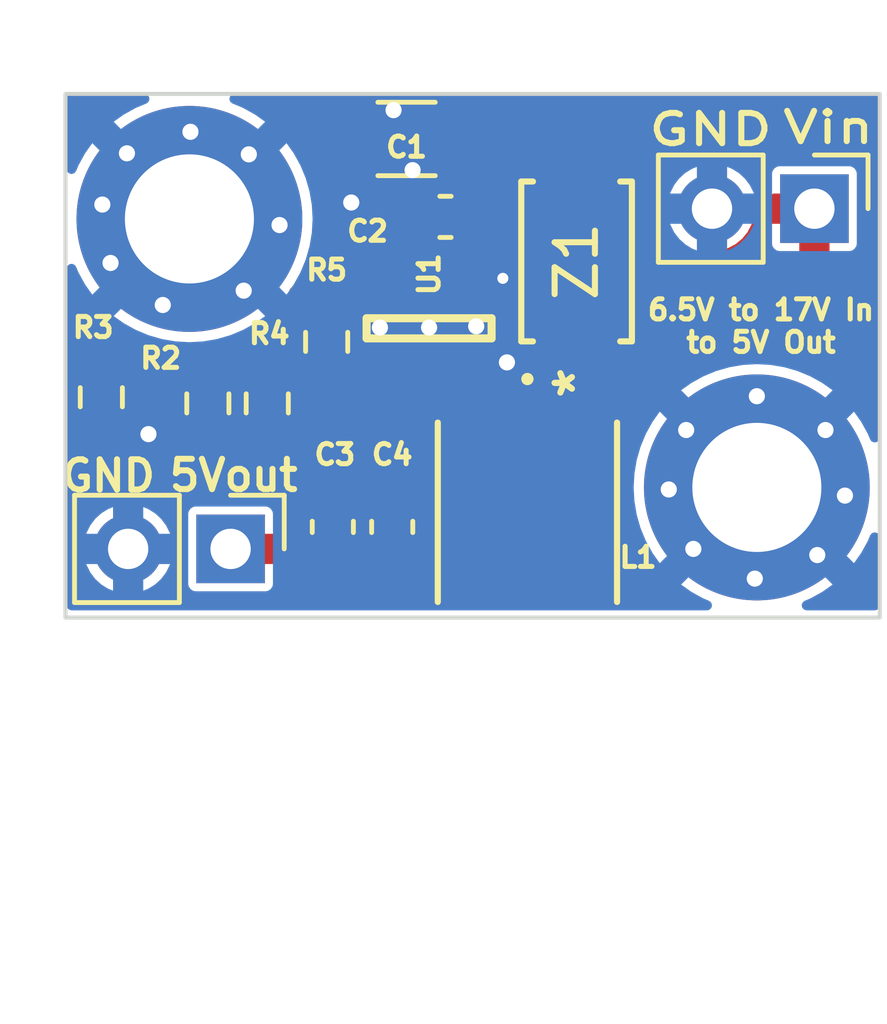
<source format=kicad_pcb>
(kicad_pcb (version 20221018) (generator pcbnew)
  (layers (0 "F.Cu" signal) (31 "B.Cu" signal) (34 "B.Paste" user) (35 "F.Paste" user) (36 "B.SilkS" user "B.Silkscreen") (37 "F.SilkS" user "F.Silkscreen") (38 "B.Mask" user) (39 "F.Mask" user) (44 "Edge.Cuts" user))
  (net 0 "")
  (net 1 "Net-(U1-VIN)")
  (net 2 "GND")
  (net 3 "/5V_Out")
  (net 4 "Net-(J1-Pin_1)")
  (net 5 "Net-(U1-PH)")
  (net 6 "Net-(U1-EN)")
  (net 7 "Net-(U1-VSENSE)")
  (footprint "5ADiode:DIO_RB050LAM_ROM" (layer "F.Cu") (at 147.2184 75.8825 90)
    (fp_text reference "Z1" (at 0 0 90 unlocked) (layer "F.SilkS"))
    (fp_text value "RSX501LAM20TR")
    (fp_text user "*" (at -3.0099 0 90 unlocked) (layer "F.SilkS"))
    (fp_text user "*" (at -3.0099 0 90) (layer "F.SilkS"))
    (fp_line (start -1.9812 -1.3716) (end -1.9812 -1.08204) (stroke (width 0.1524)) (layer "F.SilkS"))
    (fp_line (start -1.9812 1.08204) (end -1.9812 1.3716) (stroke (width 0.1524)) (layer "F.SilkS"))
    (fp_line (start -1.9812 1.3716) (end 1.9812 1.3716) (stroke (width 0.1524)) (layer "F.SilkS"))
    (fp_line (start 1.9812 -1.3716) (end -1.9812 -1.3716) (stroke (width 0.1524)) (layer "F.SilkS"))
    (fp_line (start 1.9812 -1.08204) (end 1.9812 -1.3716) (stroke (width 0.1524)) (layer "F.SilkS"))
    (fp_line (start 1.9812 1.3716) (end 1.9812 1.08204) (stroke (width 0.1524)) (layer "F.SilkS"))
    (pad "1" smd rect (at -2.2733 0 90) (size 0.7112 1.4986) (layers "F.Cu" "F.Paste" "F.Mask") (net 4 "Net-(J1-Pin_1)"))
    (pad "2" smd rect (at 2.2733 0 90) (size 0.7112 1.4986) (layers "F.Cu" "F.Paste" "F.Mask") (net 1 "Net-(U1-VIN)"))
    (zone (net 0) (net_name "") (layer "F.Cu") (connect_pads (clearance 0)) (min_thickness 0.254)
      (keepout (tracks not_allowed) (vias not_allowed) (pads allowed) (copperpour not_allowed) (footprints allowed))
      (fill (thermal_gap 0.508) (thermal_bridge_width 0.508))
      (polygon (pts (xy 146.0246 77.7494) (xy 146.0246 74.0156) (xy 148.4122 74.0156) (xy 148.4122 77.7494)))
    )
  )
  (footprint "Resistor_SMD:R_0603_1608Metric" (layer "F.Cu") (at 139.5476 79.4004 90)
    (fp_text reference "R4" (at 1.7272 0.0508 180) (layer "F.SilkS") (effects (font (size 0.5 0.5))))
    (fp_text value "105k")
    (fp_line (start -0.237258 -0.5225) (end 0.237258 -0.5225) (stroke (width 0.12)) (layer "F.SilkS"))
    (fp_line (start -0.237258 0.5225) (end 0.237258 0.5225) (stroke (width 0.12)) (layer "F.SilkS"))
    (pad "1" smd roundrect (at -0.825 0 90) (size 0.8 0.95) (layers "F.Cu" "F.Paste" "F.Mask") (net 3 "/5V_Out"))
    (pad "2" smd roundrect (at 0.825 0 90) (size 0.8 0.95) (layers "F.Cu" "F.Paste" "F.Mask") (net 7 "Net-(U1-VSENSE)"))
  )
  (footprint "Connector_PinHeader_2.54mm:PinHeader_1x02_P2.54mm_Vertical" (layer "F.Cu") (at 153.1162 74.5744 -90)
    (fp_text reference "J1" hide)
    (fp_text value "Conn_01x02")
    (fp_line (start -1.33 -1.33) (end 0 -1.33) (stroke (width 0.12)) (layer "F.SilkS"))
    (fp_line (start -1.33 0) (end -1.33 -1.33) (stroke (width 0.12)) (layer "F.SilkS"))
    (fp_line (start -1.33 1.27) (end -1.33 3.87) (stroke (width 0.12)) (layer "F.SilkS"))
    (fp_line (start -1.33 1.27) (end 1.33 1.27) (stroke (width 0.12)) (layer "F.SilkS"))
    (fp_line (start -1.33 3.87) (end 1.33 3.87) (stroke (width 0.12)) (layer "F.SilkS"))
    (fp_line (start 1.33 1.27) (end 1.33 3.87) (stroke (width 0.12)) (layer "F.SilkS"))
    (pad "1" thru_hole rect (at 0 0 270) (size 1.7 1.7) (drill 1) (layers "*.Cu" "*.Mask") (net 4 "Net-(J1-Pin_1)"))
    (pad "2" thru_hole oval (at 0 2.54 270) (size 1.7 1.7) (drill 1) (layers "*.Cu" "*.Mask") (net 2 "GND"))
  )
  (footprint "Connector_PinHeader_2.54mm:PinHeader_1x02_P2.54mm_Vertical" (layer "F.Cu") (at 138.6382 83.0072 -90)
    (fp_text reference "J2" hide)
    (fp_text value "Conn_01x02")
    (fp_line (start -1.33 -1.33) (end 0 -1.33) (stroke (width 0.12)) (layer "F.SilkS"))
    (fp_line (start -1.33 0) (end -1.33 -1.33) (stroke (width 0.12)) (layer "F.SilkS"))
    (fp_line (start -1.33 1.27) (end -1.33 3.87) (stroke (width 0.12)) (layer "F.SilkS"))
    (fp_line (start -1.33 1.27) (end 1.33 1.27) (stroke (width 0.12)) (layer "F.SilkS"))
    (fp_line (start -1.33 3.87) (end 1.33 3.87) (stroke (width 0.12)) (layer "F.SilkS"))
    (fp_line (start 1.33 1.27) (end 1.33 3.87) (stroke (width 0.12)) (layer "F.SilkS"))
    (pad "1" thru_hole rect (at 0 0 270) (size 1.7 1.7) (drill 1) (layers "*.Cu" "*.Mask") (net 3 "/5V_Out"))
    (pad "2" thru_hole oval (at 0 2.54 270) (size 1.7 1.7) (drill 1) (layers "*.Cu" "*.Mask") (net 2 "GND"))
  )
  (footprint "USB_Switcher:DBV0005A_N" (layer "F.Cu") (at 143.5608 77.54 90)
    (fp_text reference "U1" (at 1.34 0 90 unlocked) (layer "F.SilkS") (effects (font (size 0.5 0.5) (thickness 0.125))))
    (fp_text value "TPS560200DBVR")
    (fp_line (start -0.25 -1.549999) (end 0.25 -1.549999) (stroke (width 0.2)) (layer "F.SilkS"))
    (fp_line (start -0.25 1.549999) (end -0.25 -1.549999) (stroke (width 0.2)) (layer "F.SilkS"))
    (fp_line (start -0.25 1.549999) (end 0.25 1.549999) (stroke (width 0.2)) (layer "F.SilkS"))
    (fp_line (start 0.25 1.549999) (end 0.25 -1.549999) (stroke (width 0.2)) (layer "F.SilkS"))
    (pad "1" smd rect (at -1.2 -0.950001 180) (size 0.650001 1.1) (layers "F.Cu" "F.Paste" "F.Mask") (net 6 "Net-(U1-EN)"))
    (pad "2" smd rect (at -1.2 0 180) (size 0.650001 1.1) (layers "F.Cu" "F.Paste" "F.Mask") (net 2 "GND"))
    (pad "3" smd rect (at -1.2 0.949998 180) (size 0.650001 1.1) (layers "F.Cu" "F.Paste" "F.Mask") (net 5 "Net-(U1-PH)"))
    (pad "4" smd rect (at 1.2 0.949998 180) (size 0.650001 1.1) (layers "F.Cu" "F.Paste" "F.Mask") (net 1 "Net-(U1-VIN)"))
    (pad "5" smd rect (at 1.2 -0.950001 180) (size 0.650001 1.1) (layers "F.Cu" "F.Paste" "F.Mask") (net 7 "Net-(U1-VSENSE)"))
  )
  (footprint "Resistor_SMD:R_0603_1608Metric" (layer "F.Cu") (at 138.0744 79.4004 -90)
    (fp_text reference "R2" (at -1.1176 1.1684) (layer "F.SilkS") (effects (font (size 0.5 0.5))))
    (fp_text value "10k")
    (fp_line (start -0.237258 -0.5225) (end 0.237258 -0.5225) (stroke (width 0.12)) (layer "F.SilkS"))
    (fp_line (start -0.237258 0.5225) (end 0.237258 0.5225) (stroke (width 0.12)) (layer "F.SilkS"))
    (pad "1" smd roundrect (at -0.825 0 270) (size 0.8 0.95) (layers "F.Cu" "F.Paste" "F.Mask") (net 1 "Net-(U1-VIN)"))
    (pad "2" smd roundrect (at 0.825 0 270) (size 0.8 0.95) (layers "F.Cu" "F.Paste" "F.Mask") (net 6 "Net-(U1-EN)"))
  )
  (footprint "Capacitor_SMD:C_0603_1608Metric" (layer "F.Cu") (at 143.9672 74.7776 180)
    (fp_text reference "C2" (at 1.9304 -0.3556) (layer "F.SilkS") (effects (font (size 0.5 0.5))))
    (fp_text value "0.1uF")
    (fp_line (start -0.14058 -0.51) (end 0.14058 -0.51) (stroke (width 0.12)) (layer "F.SilkS"))
    (fp_line (start -0.14058 0.51) (end 0.14058 0.51) (stroke (width 0.12)) (layer "F.SilkS"))
    (pad "1" smd roundrect (at -0.775 0 180) (size 0.9 0.95) (layers "F.Cu" "F.Paste" "F.Mask") (net 1 "Net-(U1-VIN)"))
    (pad "2" smd roundrect (at 0.775 0 180) (size 0.9 0.95) (layers "F.Cu" "F.Paste" "F.Mask") (net 2 "GND"))
  )
  (footprint "MountingHole:MountingHole_3.2mm_M3_DIN965_Pad" (layer "F.Cu") (at 151.6888 81.4832)
    (fp_text reference "H1" hide)
    (fp_text value "DNP")
    (pad "1" thru_hole circle (at 0 0) (size 5.6 5.6) (drill 3.2) (layers "*.Cu" "*.Mask") (net 2 "GND"))
  )
  (footprint "MountingHole:MountingHole_3.2mm_M3_DIN965_Pad" (layer "F.Cu") (at 137.6172 74.8284)
    (fp_text reference "H2" hide)
    (fp_text value "DNP")
    (pad "1" thru_hole circle (at 0 0) (size 5.6 5.6) (drill 3.2) (layers "*.Cu" "*.Mask") (net 2 "GND"))
  )
  (footprint "Resistor_SMD:R_0603_1608Metric" (layer "F.Cu") (at 141.0208 77.8764 -90)
    (fp_text reference "R5" (at -1.778 0) (layer "F.SilkS") (effects (font (size 0.5 0.5))))
    (fp_text value "20k")
    (fp_line (start -0.237258 -0.5225) (end 0.237258 -0.5225) (stroke (width 0.12)) (layer "F.SilkS"))
    (fp_line (start -0.237258 0.5225) (end 0.237258 0.5225) (stroke (width 0.12)) (layer "F.SilkS"))
    (pad "1" smd roundrect (at -0.825 0 270) (size 0.8 0.95) (layers "F.Cu" "F.Paste" "F.Mask") (net 7 "Net-(U1-VSENSE)"))
    (pad "2" smd roundrect (at 0.825 0 270) (size 0.8 0.95) (layers "F.Cu" "F.Paste" "F.Mask") (net 2 "GND"))
  )
  (footprint "Resistor_SMD:R_0603_1608Metric" (layer "F.Cu") (at 135.4328 79.248 -90)
    (fp_text reference "R3" (at -1.7272 0.2032 -180) (layer "F.SilkS") (effects (font (size 0.5 0.5))))
    (fp_text value "2.2k")
    (fp_line (start -0.237258 -0.5225) (end 0.237258 -0.5225) (stroke (width 0.12)) (layer "F.SilkS"))
    (fp_line (start -0.237258 0.5225) (end 0.237258 0.5225) (stroke (width 0.12)) (layer "F.SilkS"))
    (pad "1" smd roundrect (at -0.825 0 270) (size 0.8 0.95) (layers "F.Cu" "F.Paste" "F.Mask") (net 6 "Net-(U1-EN)"))
    (pad "2" smd roundrect (at 0.825 0 270) (size 0.8 0.95) (layers "F.Cu" "F.Paste" "F.Mask") (net 2 "GND"))
  )
  (footprint "Capacitor_SMD:C_0603_1608Metric" (layer "F.Cu") (at 141.1732 82.4614 90)
    (fp_text reference "C3" (at 1.791 0.0508 180) (layer "F.SilkS") (effects (font (size 0.5 0.5))))
    (fp_text value "10uF")
    (fp_line (start -0.14058 -0.51) (end 0.14058 -0.51) (stroke (width 0.12)) (layer "F.SilkS"))
    (fp_line (start -0.14058 0.51) (end 0.14058 0.51) (stroke (width 0.12)) (layer "F.SilkS"))
    (pad "1" smd roundrect (at -0.775 0 90) (size 0.9 0.95) (layers "F.Cu" "F.Paste" "F.Mask") (net 3 "/5V_Out"))
    (pad "2" smd roundrect (at 0.775 0 90) (size 0.9 0.95) (layers "F.Cu" "F.Paste" "F.Mask") (net 2 "GND"))
  )
  (footprint "Capacitor_SMD:C_1206_3216Metric" (layer "F.Cu") (at 143.002 72.8472 180)
    (fp_text reference "C1" (at 0 -0.2032 180) (layer "F.SilkS") (effects (font (size 0.5 0.5) (thickness 0.125))))
    (fp_text value "22uF")
    (fp_line (start -0.711252 -0.91) (end 0.711252 -0.91) (stroke (width 0.12)) (layer "F.SilkS"))
    (fp_line (start -0.711252 0.91) (end 0.711252 0.91) (stroke (width 0.12)) (layer "F.SilkS"))
    (pad "1" smd roundrect (at -1.475 0 180) (size 1.15 1.8) (layers "F.Cu" "F.Paste" "F.Mask") (roundrect_rratio 0.2173913043) (net 1 "Net-(U1-VIN)"))
    (pad "2" smd roundrect (at 1.475 0 180) (size 1.15 1.8) (layers "F.Cu" "F.Paste" "F.Mask") (roundrect_rratio 0.2173913043) (net 2 "GND"))
  )
  (footprint "10uFInductor:IND_SDCL1V4020-3R3M-R_EAT-M" (layer "F.Cu") (at 145.9992 82.09915 -90)
    (fp_text reference "L1" (at 1.1176 -2.7432 unlocked) (layer "F.SilkS") (effects (font (size 0.5 0.5))))
    (fp_text value "10uH 1.9A ASPI-0628-100M-T1")
    (fp_line (start -2.2225 2.2225) (end 2.2225 2.2225) (stroke (width 0.1524)) (layer "F.SilkS"))
    (fp_line (start 2.2225 -2.2225) (end -2.2225 -2.2225) (stroke (width 0.1524)) (layer "F.SilkS"))
    (fp_circle (center -3.302 0) (end -3.2258 0) (stroke (width 0.1524)) (fill none) (layer "F.SilkS"))
    (pad "1" smd rect (at -1.4478 0 270) (size 1.397 3.7592) (layers "F.Cu" "F.Paste" "F.Mask") (net 5 "Net-(U1-PH)"))
    (pad "2" smd rect (at 1.4478 0 270) (size 1.397 3.7592) (layers "F.Cu" "F.Paste" "F.Mask") (net 3 "/5V_Out"))
  )
  (footprint "Capacitor_SMD:C_0603_1608Metric" (layer "F.Cu") (at 142.6464 82.4614 90)
    (fp_text reference "C4" (at 1.791 0) (layer "F.SilkS") (effects (font (size 0.5 0.5))))
    (fp_text value "10uF")
    (fp_line (start -0.14058 -0.51) (end 0.14058 -0.51) (stroke (width 0.12)) (layer "F.SilkS"))
    (fp_line (start -0.14058 0.51) (end 0.14058 0.51) (stroke (width 0.12)) (layer "F.SilkS"))
    (pad "1" smd roundrect (at -0.775 0 90) (size 0.9 0.95) (layers "F.Cu" "F.Paste" "F.Mask") (net 3 "/5V_Out"))
    (pad "2" smd roundrect (at 0.775 0 90) (size 0.9 0.95) (layers "F.Cu" "F.Paste" "F.Mask") (net 2 "GND"))
  )
  (gr_rect (start 134.5438 71.7296) (end 154.7368 84.709) (stroke (width 0.1)) (fill none) (layer "Edge.Cuts"))
  (gr_text "GND" (at 148.919681 73.0504) (layer "F.SilkS") (effects (font (size 0.75 1)) (justify left bottom)))
  (gr_text "5Vout" (at 137.042653 81.623265) (layer "F.SilkS") (effects (font (size 0.75 0.75)) (justify left bottom)))
  (gr_text "GND" (at 134.366 81.6356) (layer "F.SilkS") (effects (font (size 0.75 0.75)) (justify left bottom)))
  (gr_text "6.5V to 17V In\nto 5V Out" (at 151.7904 78.1812) (layer "F.SilkS") (effects (font (size 0.5 0.5) (thickness 0.125)) (justify bottom)))
  (gr_text "Vin" (at 152.2476 72.9996) (layer "F.SilkS") (effects (font (size 0.75 1)) (justify left bottom)))
  (segment (start 142.4172 74.299783) (end 142.427 74.289983) (width 0.25) (layer "F.Cu") (net 1))
  (segment (start 142.1622 75.465) (end 142.4172 75.21) (width 0.25) (layer "F.Cu") (net 1))
  (segment (start 142.7988 72.8472) (end 144.477 72.8472) (width 0.25) (layer "F.Cu") (net 1))
  (segment (start 142.427 74.289983) (end 142.427 73.219) (width 0.25) (layer "F.Cu") (net 1))
  (segment (start 142.4172 75.21) (end 142.4172 74.299783) (width 0.25) (layer "F.Cu") (net 1))
  (segment (start 144.6504 76.200398) (end 144.510798 76.34) (width 0.25) (layer "F.Cu") (net 1))
  (segment (start 139.0784 77.8504) (end 140.2208 76.708) (width 0.25) (layer "F.Cu") (net 1))
  (segment (start 144.6504 74.9492) (end 144.6504 76.200398) (width 0.25) (layer "F.Cu") (net 1))
  (segment (start 141.389738 75.465) (end 142.1622 75.465) (width 0.25) (layer "F.Cu") (net 1))
  (segment (start 142.427 73.219) (end 142.7988 72.8472) (width 0.25) (layer "F.Cu") (net 1))
  (segment (start 140.2208 76.633938) (end 141.389738 75.465) (width 0.25) (layer "F.Cu") (net 1))
  (segment (start 138.0744 78.5754) (end 138.289618 78.5754) (width 0.25) (layer "F.Cu") (net 1))
  (segment (start 138.7994 77.8504) (end 139.0784 77.8504) (width 0.25) (layer "F.Cu") (net 1))
  (segment (start 140.2208 76.708) (end 140.2208 76.633938) (width 0.25) (layer "F.Cu") (net 1))
  (segment (start 138.0744 78.5754) (end 138.7994 77.8504) (width 0.25) (layer "F.Cu") (net 1))
  (segment (start 143.5608 77.5208) (end 143.5608 78.74) (width 0.25) (layer "F.Cu") (net 2))
  (segment (start 141.527 72.8472) (end 141.527 74.3186) (width 0.75) (layer "F.Cu") (net 2))
  (segment (start 143.5608 75.1462) (end 143.1922 74.7776) (width 0.25) (layer "F.Cu") (net 2))
  (segment (start 141.527 72.8472) (end 141.80885 72.8472) (width 0.75) (layer "F.Cu") (net 2))
  (segment (start 141.527 74.3186) (end 141.6304 74.422) (width 0.25) (layer "F.Cu") (net 2))
  (segment (start 142.523493 72.132557) (end 142.679693 72.132557) (width 0.75) (layer "F.Cu") (net 2))
  (segment (start 143.5608 77.5208) (end 143.5608 75.1462) (width 0.25) (layer "F.Cu") (net 2))
  (segment (start 135.4328 80.073) (end 136.5118 80.073) (width 0.25) (layer "F.Cu") (net 2))
  (segment (start 141.80885 72.8472) (end 142.523493 72.132557) (width 0.75) (layer "F.Cu") (net 2))
  (segment (start 136.5118 80.073) (end 136.6012 80.1624) (width 0.25) (layer "F.Cu") (net 2))
  (segment (start 143.0906 74.8792) (end 143.1922 74.7776) (width 0.25) (layer "F.Cu") (net 2))
  (via (at 149.5044 81.534) (size 0.8) (drill 0.4) (layers "F.Cu" "B.Cu") (net 2))
  (via (at 153.8732 81.6864) (size 0.8) (drill 0.4) (layers "F.Cu" "B.Cu") (net 2))
  (via (at 136.6012 80.1624) (size 0.8) (drill 0.4) (layers "F.Cu" "B.Cu") (net 2))
  (via (at 151.638 83.7438) (size 0.8) (drill 0.4) (layers "F.Cu" "B.Cu") (net 2))
  (via (at 150.114 83.0072) (size 0.8) (drill 0.4) (layers "F.Cu" "B.Cu") (net 2))
  (via (at 136.9568 76.962) (size 0.8) (drill 0.4) (layers "F.Cu" "B.Cu") (net 2))
  (via (at 145.3896 76.3016) (size 0.5) (drill 0.275) (layers "F.Cu" "B.Cu") (net 2))
  (via (at 142.679693 72.132557) (size 0.8) (drill 0.4) (layers "F.Cu" "B.Cu") (net 2))
  (via (at 139.8524 74.9808) (size 0.8) (drill 0.4) (layers "F.Cu" "B.Cu") (net 2))
  (via (at 139.0904 73.2282) (size 0.8) (drill 0.4) (layers "F.Cu" "B.Cu") (net 2))
  (via (at 137.6426 72.6694) (size 0.8) (drill 0.4) (layers "F.Cu" "B.Cu") (net 2))
  (via (at 153.3906 80.0608) (size 0.8) (drill 0.4) (layers "F.Cu" "B.Cu") (net 2))
  (via (at 142.3416 77.5208) (size 0.8) (drill 0.4) (layers "F.Cu" "B.Cu") (net 2))
  (via (at 144.7292 77.489502) (size 0.8) (drill 0.4) (layers "F.Cu" "B.Cu") (net 2))
  (via (at 141.6304 74.422) (size 0.8) (drill 0.4) (layers "F.Cu" "B.Cu") (net 2))
  (via (at 151.6888 79.2226) (size 0.8) (drill 0.4) (layers "F.Cu" "B.Cu") (net 2))
  (via (at 138.9634 76.6064) (size 0.8) (drill 0.4) (layers "F.Cu" "B.Cu") (net 2))
  (via (at 145.4912 78.3844) (size 0.8) (drill 0.4) (layers "F.Cu" "B.Cu") (net 2))
  (via (at 136.0678 73.2028) (size 0.8) (drill 0.4) (layers "F.Cu" "B.Cu") (net 2))
  (via (at 149.9362 80.0608) (size 0.8) (drill 0.4) (layers "F.Cu" "B.Cu") (net 2))
  (via (at 135.6614 75.9206) (size 0.8) (drill 0.4) (layers "F.Cu" "B.Cu") (net 2))
  (via (at 153.1874 83.1596) (size 0.8) (drill 0.4) (layers "F.Cu" "B.Cu") (net 2))
  (via (at 143.1515 73.62015) (size 0.8) (drill 0.4) (layers "F.Cu" "B.Cu") (net 2))
  (via (at 135.4582 74.4728) (size 0.8) (drill 0.4) (layers "F.Cu" "B.Cu") (net 2))
  (via (at 143.5608 77.5208) (size 0.8) (drill 0.4) (layers "F.Cu" "B.Cu") (net 2))
  (segment (start 139.954 80.1746) (end 139.954 83.0072) (width 0.25) (layer "F.Cu") (net 3))
  (segment (start 139.954 83.0072) (end 140.0556 83.1088) (width 0.25) (layer "F.Cu") (net 3))
  (segment (start 144.510798 79.943998) (end 145.161 80.5942) (width 0.65) (layer "F.Cu") (net 5))
  (segment (start 144.510798 78.74) (end 144.510798 79.943998) (width 0.65) (layer "F.Cu") (net 5))
  (segment (start 145.161 80.5942) (end 145.9992 80.5942) (width 0.65) (layer "F.Cu") (net 5))
  (segment (start 141.924399 79.4264) (end 142.610799 78.74) (width 0.25) (layer "F.Cu") (net 6))
  (segment (start 140.092462 79.248) (end 140.349938 79.248) (width 0.25) (layer "F.Cu") (net 6))
  (segment (start 138.0744 80.2254) (end 138.0744 79.3004) (width 0.25) (layer "F.Cu") (net 6))
  (segment (start 140.349938 79.248) (end 140.528338 79.4264) (width 0.25) (layer "F.Cu") (net 6))
  (segment (start 136.2594 79.3004) (end 138.0744 79.3004) (width 0.25) (layer "F.Cu") (net 6))
  (segment (start 135.4836 78.5246) (end 136.2594 79.3004) (width 0.25) (layer "F.Cu") (net 6))
  (segment (start 138.0744 79.3004) (end 140.040062 79.3004) (width 0.25) (layer "F.Cu") (net 6))
  (segment (start 140.528338 79.4264) (end 141.924399 79.4264) (width 0.25) (layer "F.Cu") (net 6))
  (segment (start 140.040062 79.3004) (end 140.092462 79.248) (width 0.25) (layer "F.Cu") (net 6))
  (segment (start 142.346399 76.6044) (end 141.3256 76.6044) (width 0.25) (layer "F.Cu") (net 7))
  (segment (start 142.610799 76.34) (end 142.346399 76.6044) (width 0.25) (layer "F.Cu") (net 7))
  (segment (start 141.3256 76.6044) (end 140.2588 77.6712) (width 0.25) (layer "F.Cu") (net 7))
  (segment (start 140.2588 78.2198) (end 139.954 78.5246) (width 0.25) (layer "F.Cu") (net 7))
  (segment (start 140.2588 77.6712) (end 140.2588 78.2198) (width 0.25) (layer "F.Cu") (net 7))
  (zone (net 2) (net_name "GND") (layer "F.Cu") (priority 2) (connect_pads (clearance 0.1)) (min_thickness 0.25) (fill yes (thermal_gap 0.25) (thermal_bridge_width 0.75))
    (polygon (pts (xy 143.8656 78.486) (xy 143.256 78.486) (xy 143.256 78.3336) (xy 140.9192 78.2828) (xy 140.9192 77.3176) (xy 141.5796 76.9112) (xy 142.9512 76.9112) (xy 142.5956 75.5904) (xy 142.5956 74.7776) (xy 142.494 74.422) (xy 142.494 72.7964) (xy 143.8148 72.8472) (xy 143.8148 74.3204) (xy 143.9672 74.5744) (xy 143.9672 78.3336)))
  )
  (zone (net 4) (net_name "Net-(J1-Pin_1)") (layer "F.Cu") (priority 5) (connect_pads (clearance 0.1)) (min_thickness 0.25) (fill yes (thermal_gap 0.25) (thermal_bridge_width 0.75))
    (polygon (pts (xy 146.812 77.7748) (xy 147.9804 77.7748) (xy 148.844 77.1144) (xy 152.3492 73.9648) (xy 154.0764 73.9648) (xy 154.0764 76.5048) (xy 154.0764 78.3336) (xy 149.3012 78.3336) (xy 148.2852 78.6892) (xy 146.4564 78.6892) (xy 146.5072 77.8256)))
  )
  (zone (net 1) (net_name "Net-(U1-VIN)") (layer "F.Cu") (priority 4) (connect_pads (clearance 0.1)) (min_thickness 0.2) (fill yes (thermal_gap 0.25) (thermal_bridge_width 0.75))
    (polygon (pts (xy 147.9804 73.9648) (xy 145.796 73.9648) (xy 145.796 75.8444) (xy 144.1704 75.8444) (xy 144.1704 72.0852) (xy 148.0312 72.0852) (xy 148.0312 73.8632)))
  )
  (zone (net 2) (net_name "GND") (layer "F.Cu") (priority 3) (connect_pads (clearance 0.1)) (min_thickness 0.25) (fill yes (thermal_gap 0.25) (thermal_bridge_width 0.75))
    (polygon (pts (xy 143.9672 77.0128) (xy 145.0848 77.0128) (xy 145.0848 75.8444) (xy 145.7452 75.8444) (xy 145.7452 79.4004) (xy 145.0848 79.4004) (xy 145.0848 77.9272) (xy 143.6624 77.8764) (xy 143.6624 76.8604)))
  )
  (zone (net 2) (net_name "GND") (layer "F.Cu") (connect_pads (clearance 0.1)) (min_thickness 0.25) (fill yes (thermal_gap 0.25) (thermal_bridge_width 0.5))
    (polygon (pts (xy 143.256 79.2988) (xy 140.6144 79.2988) (xy 140.6144 82.042) (xy 143.9672 82.042) (xy 143.9672 79.0448) (xy 143.256 79.0448)))
  )
  (zone (net 3) (net_name "/5V_Out") (layer "F.Cu") (priority 1) (connect_pads (clearance 0.1)) (min_thickness 0.25) (fill yes (thermal_gap 0.25) (thermal_bridge_width 0.75))
    (polygon (pts (xy 147.828 82.7532) (xy 144.1704 82.804) (xy 143.8656 82.4992) (xy 140.5636 82.4992) (xy 137.7696 82.55) (xy 137.7696 84.1756) (xy 147.828 84.1248)))
  )
  (zone (net 2) (net_name "GND") (layer "B.Cu") (priority 6) (connect_pads (clearance 0.1)) (min_thickness 0.25) (fill yes (thermal_gap 0.25) (thermal_bridge_width 0.75))
    (polygon (pts (xy 134.5692 72.0344) (xy 134.5692 84.5312) (xy 154.8384 84.5312) (xy 154.8384 71.628) (xy 134.366 71.2724) (xy 134.366 71.7296)))
  )
)
</source>
